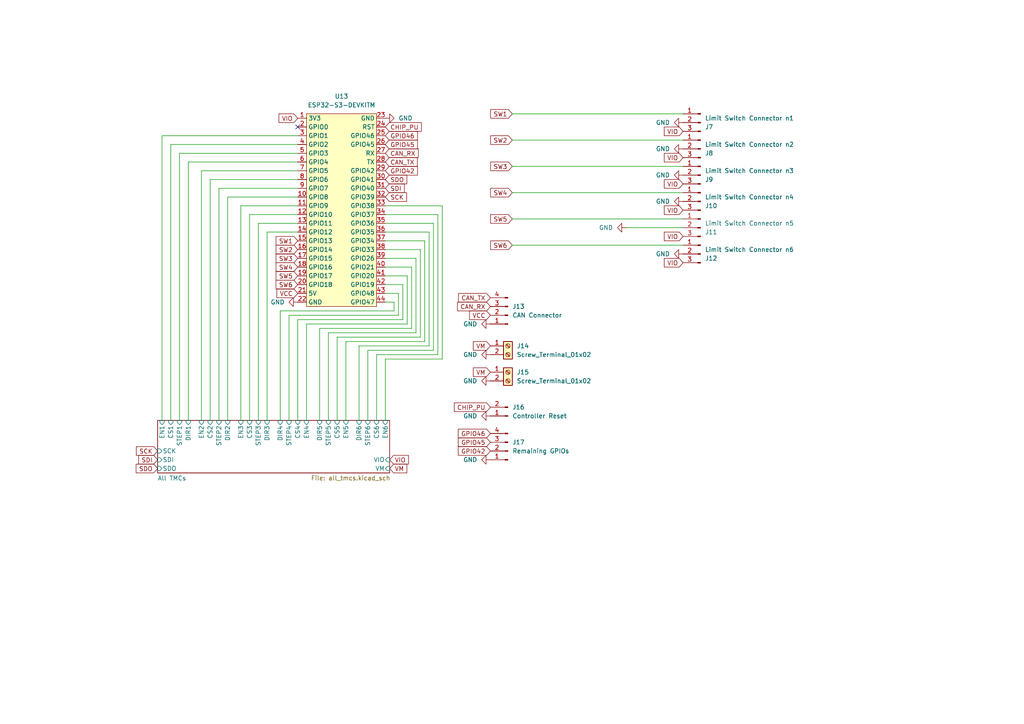
<source format=kicad_sch>
(kicad_sch (version 20250114) (generator "eeschema") (generator_version "9.0")
  (paper "A4")
  (lib_symbols
    (symbol "Connector:Conn_01x02_Pin" (pin_names (offset 1.016) (hide yes))
      (property "Reference" "J" (at 0 2.54 0))
      (property "Value" "Conn_01x02_Pin" (at 0 -5.08 0))
      (symbol "Conn_01x02_Pin_1_1"
        (rectangle (start 0.8636 0.127) (end 0 -0.127) (stroke (width 0.1524)) (fill (type outline)))
        (rectangle (start 0.8636 -2.413) (end 0 -2.667) (stroke (width 0.1524)) (fill (type outline)))
        (polyline (pts (xy 1.27 0) (xy 0.8636 0)) (stroke (width 0.1524)))
        (polyline (pts (xy 1.27 -2.54) (xy 0.8636 -2.54)) (stroke (width 0.1524)))
        (pin passive line (at 5.08 0 180) (length 3.81) (name "Pin_1") (number "1"))
        (pin passive line (at 5.08 -2.54 180) (length 3.81) (name "Pin_2") (number "2"))
      )
    )
    (symbol "Connector:Conn_01x03_Pin" (pin_names (offset 1.016) (hide yes))
      (property "Reference" "J" (at 0 5.08 0))
      (property "Value" "Conn_01x03_Pin" (at 0 -5.08 0))
      (symbol "Conn_01x03_Pin_1_1"
        (rectangle (start 0.8636 2.667) (end 0 2.413) (stroke (width 0.1524)) (fill (type outline)))
        (rectangle (start 0.8636 0.127) (end 0 -0.127) (stroke (width 0.1524)) (fill (type outline)))
        (rectangle (start 0.8636 -2.413) (end 0 -2.667) (stroke (width 0.1524)) (fill (type outline)))
        (polyline (pts (xy 1.27 2.54) (xy 0.8636 2.54)) (stroke (width 0.1524)))
        (polyline (pts (xy 1.27 0) (xy 0.8636 0)) (stroke (width 0.1524)))
        (polyline (pts (xy 1.27 -2.54) (xy 0.8636 -2.54)) (stroke (width 0.1524)))
        (pin passive line (at 5.08 2.54 180) (length 3.81) (name "Pin_1") (number "1"))
        (pin passive line (at 5.08 0 180) (length 3.81) (name "Pin_2") (number "2"))
        (pin passive line (at 5.08 -2.54 180) (length 3.81) (name "Pin_3") (number "3"))
      )
    )
    (symbol "Connector:Conn_01x04_Pin" (pin_names (offset 1.016) (hide yes))
      (property "Reference" "J" (at 0 5.08 0))
      (property "Value" "Conn_01x04_Pin" (at 0 -7.62 0))
      (symbol "Conn_01x04_Pin_1_1"
        (rectangle (start 0.8636 2.667) (end 0 2.413) (stroke (width 0.1524)) (fill (type outline)))
        (rectangle (start 0.8636 0.127) (end 0 -0.127) (stroke (width 0.1524)) (fill (type outline)))
        (rectangle (start 0.8636 -2.413) (end 0 -2.667) (stroke (width 0.1524)) (fill (type outline)))
        (rectangle (start 0.8636 -4.953) (end 0 -5.207) (stroke (width 0.1524)) (fill (type outline)))
        (polyline (pts (xy 1.27 2.54) (xy 0.8636 2.54)) (stroke (width 0.1524)))
        (polyline (pts (xy 1.27 0) (xy 0.8636 0)) (stroke (width 0.1524)))
        (polyline (pts (xy 1.27 -2.54) (xy 0.8636 -2.54)) (stroke (width 0.1524)))
        (polyline (pts (xy 1.27 -5.08) (xy 0.8636 -5.08)) (stroke (width 0.1524)))
        (pin passive line (at 5.08 2.54 180) (length 3.81) (name "Pin_1") (number "1"))
        (pin passive line (at 5.08 0 180) (length 3.81) (name "Pin_2") (number "2"))
        (pin passive line (at 5.08 -2.54 180) (length 3.81) (name "Pin_3") (number "3"))
        (pin passive line (at 5.08 -5.08 180) (length 3.81) (name "Pin_4") (number "4"))
      )
    )
    (symbol "Connector:Screw_Terminal_01x02" (pin_names (offset 1.016) (hide yes))
      (property "Reference" "J" (at 0 2.54 0))
      (property "Value" "Screw_Terminal_01x02" (at 0 -5.08 0))
      (symbol "Screw_Terminal_01x02_1_1"
        (rectangle (start -1.27 1.27) (end 1.27 -3.81) (stroke (width 0.254)) (fill (type background)))
        (polyline (pts (xy -0.5334 0.3302) (xy 0.3302 -0.508)) (stroke (width 0.1524)))
        (polyline (pts (xy -0.5334 -2.2098) (xy 0.3302 -3.048)) (stroke (width 0.1524)))
        (polyline (pts (xy -0.3556 0.508) (xy 0.508 -0.3302)) (stroke (width 0.1524)))
        (polyline (pts (xy -0.3556 -2.032) (xy 0.508 -2.8702)) (stroke (width 0.1524)))
        (circle (center 0 0) (radius 0.635) (stroke (width 0.1524)))
        (circle (center 0 -2.54) (radius 0.635) (stroke (width 0.1524)))
        (pin passive line (at -5.08 0 0) (length 3.81) (name "Pin_1") (number "1"))
        (pin passive line (at -5.08 -2.54 0) (length 3.81) (name "Pin_2") (number "2"))
      )
    )
    (symbol "Custom Symbols:ESP32-S3-DEVKITM_FEMALE_HEADERS"
      (property "Reference" "U" (at 0 59.182 0))
      (property "Value" "ESP32-S3-DEVKITM" (at 0 57.15 0))
      (symbol "ESP32-S3-DEVKITM_FEMALE_HEADERS_1_0"
        (pin input line (at -12.7 52.07 0) (length 2.54) (name "GPIO0") (number "2"))
        (pin bidirectional line (at -12.7 49.53 0) (length 2.54) (name "GPIO1") (number "3"))
        (pin bidirectional line (at -12.7 46.99 0) (length 2.54) (name "GPIO2") (number "4"))
        (pin bidirectional line (at -12.7 44.45 0) (length 2.54) (name "GPIO3") (number "5"))
        (pin bidirectional line (at -12.7 41.91 0) (length 2.54) (name "GPIO4") (number "6"))
        (pin bidirectional line (at -12.7 39.37 0) (length 2.54) (name "GPIO5") (number "7"))
        (pin bidirectional line (at -12.7 36.83 0) (length 2.54) (name "GPIO6") (number "8"))
        (pin bidirectional line (at -12.7 34.29 0) (length 2.54) (name "GPIO7") (number "9"))
        (pin bidirectional line (at -12.7 31.75 0) (length 2.54) (name "GPIO8") (number "10"))
        (pin bidirectional line (at -12.7 29.21 0) (length 2.54) (name "GPIO9") (number "11"))
        (pin bidirectional line (at -12.7 26.67 0) (length 2.54) (name "GPIO10") (number "12"))
        (pin bidirectional line (at -12.7 24.13 0) (length 2.54) (name "GPIO11") (number "13"))
        (pin bidirectional line (at -12.7 21.59 0) (length 2.54) (name "GPIO12") (number "14"))
        (pin bidirectional line (at -12.7 19.05 0) (length 2.54) (name "GPIO13") (number "15"))
        (pin bidirectional line (at -12.7 16.51 0) (length 2.54) (name "GPIO14") (number "16"))
        (pin bidirectional line (at -12.7 13.97 0) (length 2.54) (name "GPIO15") (number "17"))
        (pin bidirectional line (at -12.7 11.43 0) (length 2.54) (name "GPIO16") (number "18"))
        (pin bidirectional line (at -12.7 8.89 0) (length 2.54) (name "GPIO17") (number "19"))
        (pin bidirectional line (at -12.7 6.35 0) (length 2.54) (name "GPIO18") (number "20"))
        (pin bidirectional line (at -12.7 3.81 0) (length 2.54) (name "5V") (number "21"))
        (pin bidirectional line (at -12.7 1.27 0) (length 2.54) (name "GND") (number "22"))
        (pin bidirectional line (at 12.7 54.61 180) (length 2.54) (name "GND") (number "23"))
        (pin bidirectional line (at 12.7 52.07 180) (length 2.54) (name "RST") (number "24"))
        (pin bidirectional line (at 12.7 49.53 180) (length 2.54) (name "GPIO46") (number "25"))
        (pin bidirectional line (at 12.7 46.99 180) (length 2.54) (name "GPIO45") (number "26"))
        (pin bidirectional line (at 12.7 44.45 180) (length 2.54) (name "RX") (number "27"))
        (pin bidirectional line (at 12.7 41.91 180) (length 2.54) (name "TX") (number "28"))
        (pin bidirectional line (at 12.7 39.37 180) (length 2.54) (name "GPIO42") (number "29"))
        (pin bidirectional line (at 12.7 36.83 180) (length 2.54) (name "GPIO41") (number "30"))
        (pin bidirectional line (at 12.7 34.29 180) (length 2.54) (name "GPIO40") (number "31"))
        (pin bidirectional line (at 12.7 31.75 180) (length 2.54) (name "GPIO39") (number "32"))
        (pin bidirectional line (at 12.7 29.21 180) (length 2.54) (name "GPIO38") (number "33"))
        (pin bidirectional line (at 12.7 26.67 180) (length 2.54) (name "GPIO37") (number "34"))
        (pin bidirectional line (at 12.7 24.13 180) (length 2.54) (name "GPIO36") (number "35"))
        (pin bidirectional line (at 12.7 21.59 180) (length 2.54) (name "GPIO35") (number "36"))
        (pin bidirectional line (at 12.7 19.05 180) (length 2.54) (name "GPIO34") (number "37"))
        (pin bidirectional line (at 12.7 16.51 180) (length 2.54) (name "GPIO33") (number "38"))
        (pin bidirectional line (at 12.7 13.97 180) (length 2.54) (name "GPIO26") (number "39"))
        (pin bidirectional line (at 12.7 11.43 180) (length 2.54) (name "GPIO21") (number "40"))
        (pin bidirectional line (at 12.7 8.89 180) (length 2.54) (name "GPIO20") (number "41"))
        (pin bidirectional line (at 12.7 6.35 180) (length 2.54) (name "GPIO19") (number "42"))
        (pin bidirectional line (at 12.7 3.81 180) (length 2.54) (name "GPIO48") (number "43"))
        (pin bidirectional line (at 12.7 1.27 180) (length 2.54) (name "GPIO47") (number "44"))
      )
      (symbol "ESP32-S3-DEVKITM_FEMALE_HEADERS_1_1"
        (rectangle (start -10.16 55.88) (end 10.16 0) (fill (type background)))
        (pin bidirectional line (at -12.7 54.61 0) (length 2.54) (name "3V3") (number "1"))
      )
    )
    (symbol "power:GND" (power) (pin_numbers (hide yes)) (pin_names (offset 0) (hide yes))
      (property "Value" "GND" (at 0 -3.81 0))
      (symbol "GND_0_1"
        (polyline (pts (xy 0 0) (xy 0 -1.27) (xy 1.27 -1.27) (xy 0 -2.54) (xy -1.27 -1.27) (xy 0 -1.27)))
      )
      (symbol "GND_1_1"
        (pin power_in line (at 0 0 270) (length 0) (name "~") (number "1"))
      )
    )
  )
  (no_connect (at 86.36 36.83))
  (wire (pts (xy 119.38 77.47) (xy 111.76 77.47)))
  (wire (pts (xy 49.53 41.91) (xy 49.53 121.92)))
  (wire (pts (xy 125.73 64.77) (xy 125.73 101.6)))
  (wire (pts (xy 124.46 67.31) (xy 124.46 100.33)))
  (wire (pts (xy 104.14 100.33) (xy 124.46 100.33)))
  (wire (pts (xy 115.57 91.44) (xy 115.57 85.09)))
  (wire (pts (xy 128.27 59.69) (xy 128.27 104.14)))
  (wire (pts (xy 120.65 74.93) (xy 111.76 74.93)))
  (wire (pts (xy 100.33 99.06) (xy 123.19 99.06)))
  (wire (pts (xy 114.3 90.17) (xy 114.3 87.63)))
  (wire (pts (xy 116.84 82.55) (xy 111.76 82.55)))
  (wire (pts (xy 74.93 64.77) (xy 74.93 121.92)))
  (wire (pts (xy 83.82 121.92) (xy 83.82 91.44)))
  (wire (pts (xy 58.42 49.53) (xy 58.42 121.92)))
  (wire (pts (xy 88.9 93.98) (xy 118.11 93.98)))
  (wire (pts (xy 86.36 52.07) (xy 60.96 52.07)))
  (wire (pts (xy 123.19 69.85) (xy 111.76 69.85)))
  (wire (pts (xy 83.82 91.44) (xy 115.57 91.44)))
  (wire (pts (xy 106.68 121.92) (xy 106.68 101.6)))
  (wire (pts (xy 86.36 62.23) (xy 72.39 62.23)))
  (wire (pts (xy 63.5 54.61) (xy 63.5 121.92)))
  (wire (pts (xy 86.36 121.92) (xy 86.36 92.71)))
  (wire (pts (xy 111.76 104.14) (xy 128.27 104.14)))
  (wire (pts (xy 92.71 95.25) (xy 119.38 95.25)))
  (wire (pts (xy 118.11 80.01) (xy 111.76 80.01)))
  (wire (pts (xy 148.59 33.02) (xy 198.12 33.02)))
  (wire (pts (xy 86.36 59.69) (xy 69.85 59.69)))
  (wire (pts (xy 86.36 44.45) (xy 52.07 44.45)))
  (wire (pts (xy 72.39 62.23) (xy 72.39 121.92)))
  (wire (pts (xy 86.36 92.71) (xy 116.84 92.71)))
  (wire (pts (xy 148.59 55.88) (xy 198.12 55.88)))
  (wire (pts (xy 66.04 57.15) (xy 66.04 121.92)))
  (wire (pts (xy 81.28 90.17) (xy 114.3 90.17)))
  (wire (pts (xy 86.36 57.15) (xy 66.04 57.15)))
  (wire (pts (xy 118.11 93.98) (xy 118.11 80.01)))
  (wire (pts (xy 127 62.23) (xy 127 102.87)))
  (wire (pts (xy 127 62.23) (xy 111.76 62.23)))
  (wire (pts (xy 148.59 48.26) (xy 198.12 48.26)))
  (wire (pts (xy 123.19 69.85) (xy 123.19 99.06)))
  (wire (pts (xy 60.96 52.07) (xy 60.96 121.92)))
  (wire (pts (xy 92.71 121.92) (xy 92.71 95.25)))
  (wire (pts (xy 125.73 64.77) (xy 111.76 64.77)))
  (wire (pts (xy 86.36 54.61) (xy 63.5 54.61)))
  (wire (pts (xy 52.07 44.45) (xy 52.07 121.92)))
  (wire (pts (xy 128.27 59.69) (xy 111.76 59.69)))
  (wire (pts (xy 116.84 92.71) (xy 116.84 82.55)))
  (wire (pts (xy 120.65 74.93) (xy 120.65 96.52)))
  (wire (pts (xy 97.79 121.92) (xy 97.79 97.79)))
  (wire (pts (xy 148.59 40.64) (xy 198.12 40.64)))
  (wire (pts (xy 148.59 71.12) (xy 198.12 71.12)))
  (wire (pts (xy 104.14 121.92) (xy 104.14 100.33)))
  (wire (pts (xy 181.61 66.04) (xy 198.12 66.04)))
  (wire (pts (xy 106.68 101.6) (xy 125.73 101.6)))
  (wire (pts (xy 95.25 121.92) (xy 95.25 96.52)))
  (wire (pts (xy 86.36 46.99) (xy 54.61 46.99)))
  (wire (pts (xy 97.79 97.79) (xy 121.92 97.79)))
  (wire (pts (xy 86.36 41.91) (xy 49.53 41.91)))
  (wire (pts (xy 121.92 72.39) (xy 121.92 97.79)))
  (wire (pts (xy 46.99 39.37) (xy 46.99 121.92)))
  (wire (pts (xy 111.76 121.92) (xy 111.76 104.14)))
  (wire (pts (xy 86.36 67.31) (xy 77.47 67.31)))
  (wire (pts (xy 95.25 96.52) (xy 120.65 96.52)))
  (wire (pts (xy 86.36 39.37) (xy 46.99 39.37)))
  (wire (pts (xy 81.28 121.92) (xy 81.28 90.17)))
  (wire (pts (xy 121.92 72.39) (xy 111.76 72.39)))
  (wire (pts (xy 77.47 67.31) (xy 77.47 121.92)))
  (wire (pts (xy 86.36 49.53) (xy 58.42 49.53)))
  (wire (pts (xy 100.33 121.92) (xy 100.33 99.06)))
  (wire (pts (xy 114.3 87.63) (xy 111.76 87.63)))
  (wire (pts (xy 124.46 67.31) (xy 111.76 67.31)))
  (wire (pts (xy 86.36 64.77) (xy 74.93 64.77)))
  (wire (pts (xy 119.38 77.47) (xy 119.38 95.25)))
  (wire (pts (xy 148.59 63.5) (xy 198.12 63.5)))
  (wire (pts (xy 115.57 85.09) (xy 111.76 85.09)))
  (wire (pts (xy 69.85 59.69) (xy 69.85 121.92)))
  (wire (pts (xy 88.9 121.92) (xy 88.9 93.98)))
  (wire (pts (xy 109.22 121.92) (xy 109.22 102.87)))
  (wire (pts (xy 109.22 102.87) (xy 127 102.87)))
  (wire (pts (xy 54.61 46.99) (xy 54.61 121.92)))
  (global_label "VIO" (shape input) (at 198.12 68.58 180) (property "Intersheetrefs" "${INTERSHEET_REFS}" (effects (hide yes))))
  (global_label "SDI" (shape input) (at 45.72 133.35 180) (property "Intersheetrefs" "${INTERSHEET_REFS}" (effects (hide yes))))
  (global_label "VIO" (shape input) (at 86.36 34.29 180) (property "Intersheetrefs" "${INTERSHEET_REFS}" (effects (hide yes))))
  (global_label "GPIO42" (shape input) (at 142.24 130.81 180) (property "Intersheetrefs" "${INTERSHEET_REFS}" (effects (hide yes))))
  (global_label "SW6" (shape input) (at 86.36 82.55 180) (property "Intersheetrefs" "${INTERSHEET_REFS}" (effects (hide yes))))
  (global_label "CAN_RX" (shape input) (at 142.24 88.9 180) (property "Intersheetrefs" "${INTERSHEET_REFS}" (effects (hide yes))))
  (global_label "VIO" (shape input) (at 198.12 60.96 180) (property "Intersheetrefs" "${INTERSHEET_REFS}" (effects (hide yes))))
  (global_label "VM" (shape input) (at 142.24 100.33 180) (property "Intersheetrefs" "${INTERSHEET_REFS}" (effects (hide yes))))
  (global_label "GPIO46" (shape input) (at 111.76 39.37 0) (property "Intersheetrefs" "${INTERSHEET_REFS}" (effects (hide yes))))
  (global_label "SDO" (shape input) (at 111.76 52.07 0) (property "Intersheetrefs" "${INTERSHEET_REFS}" (effects (hide yes))))
  (global_label "CAN_RX" (shape input) (at 111.76 44.45 0) (property "Intersheetrefs" "${INTERSHEET_REFS}" (effects (hide yes))))
  (global_label "SW1" (shape input) (at 86.36 69.85 180) (property "Intersheetrefs" "${INTERSHEET_REFS}" (effects (hide yes))))
  (global_label "SCK" (shape input) (at 111.76 57.15 0) (property "Intersheetrefs" "${INTERSHEET_REFS}" (effects (hide yes))))
  (global_label "SW3" (shape input) (at 148.59 48.26 180) (property "Intersheetrefs" "${INTERSHEET_REFS}" (effects (hide yes))))
  (global_label "GPIO45" (shape input) (at 111.76 41.91 0) (property "Intersheetrefs" "${INTERSHEET_REFS}" (effects (hide yes))))
  (global_label "SDI" (shape input) (at 111.76 54.61 0) (property "Intersheetrefs" "${INTERSHEET_REFS}" (effects (hide yes))))
  (global_label "GPIO46" (shape input) (at 142.24 125.73 180) (property "Intersheetrefs" "${INTERSHEET_REFS}" (effects (hide yes))))
  (global_label "SCK" (shape input) (at 45.72 130.81 180) (property "Intersheetrefs" "${INTERSHEET_REFS}" (effects (hide yes))))
  (global_label "SW3" (shape input) (at 86.36 74.93 180) (property "Intersheetrefs" "${INTERSHEET_REFS}" (effects (hide yes))))
  (global_label "SDO" (shape input) (at 45.72 135.89 180) (property "Intersheetrefs" "${INTERSHEET_REFS}" (effects (hide yes))))
  (global_label "CHIP_PU" (shape input) (at 142.24 118.11 180) (property "Intersheetrefs" "${INTERSHEET_REFS}" (effects (hide yes))))
  (global_label "CAN_TX" (shape input) (at 142.24 86.36 180) (property "Intersheetrefs" "${INTERSHEET_REFS}" (effects (hide yes))))
  (global_label "SW4" (shape input) (at 148.59 55.88 180) (property "Intersheetrefs" "${INTERSHEET_REFS}" (effects (hide yes))))
  (global_label "VM" (shape input) (at 142.24 107.95 180) (property "Intersheetrefs" "${INTERSHEET_REFS}" (effects (hide yes))))
  (global_label "GPIO42" (shape input) (at 111.76 49.53 0) (property "Intersheetrefs" "${INTERSHEET_REFS}" (effects (hide yes))))
  (global_label "VIO" (shape input) (at 198.12 53.34 180) (property "Intersheetrefs" "${INTERSHEET_REFS}" (effects (hide yes))))
  (global_label "VIO" (shape input) (at 113.03 133.35 0) (property "Intersheetrefs" "${INTERSHEET_REFS}" (effects (hide yes))))
  (global_label "VCC" (shape input) (at 142.24 91.44 180) (property "Intersheetrefs" "${INTERSHEET_REFS}" (effects (hide yes))))
  (global_label "VM" (shape input) (at 113.03 135.89 0) (property "Intersheetrefs" "${INTERSHEET_REFS}" (effects (hide yes))))
  (global_label "SW2" (shape input) (at 148.59 40.64 180) (property "Intersheetrefs" "${INTERSHEET_REFS}" (effects (hide yes))))
  (global_label "VCC" (shape input) (at 86.36 85.09 180) (property "Intersheetrefs" "${INTERSHEET_REFS}" (effects (hide yes))))
  (global_label "SW5" (shape input) (at 86.36 80.01 180) (property "Intersheetrefs" "${INTERSHEET_REFS}" (effects (hide yes))))
  (global_label "VIO" (shape input) (at 198.12 45.72 180) (property "Intersheetrefs" "${INTERSHEET_REFS}" (effects (hide yes))))
  (global_label "CAN_TX" (shape input) (at 111.76 46.99 0) (property "Intersheetrefs" "${INTERSHEET_REFS}" (effects (hide yes))))
  (global_label "CHIP_PU" (shape input) (at 111.76 36.83 0) (property "Intersheetrefs" "${INTERSHEET_REFS}" (effects (hide yes))))
  (global_label "GPIO45" (shape input) (at 142.24 128.27 180) (property "Intersheetrefs" "${INTERSHEET_REFS}" (effects (hide yes))))
  (global_label "VIO" (shape input) (at 198.12 76.2 180) (property "Intersheetrefs" "${INTERSHEET_REFS}" (effects (hide yes))))
  (global_label "SW2" (shape input) (at 86.36 72.39 180) (property "Intersheetrefs" "${INTERSHEET_REFS}" (effects (hide yes))))
  (global_label "SW4" (shape input) (at 86.36 77.47 180) (property "Intersheetrefs" "${INTERSHEET_REFS}" (effects (hide yes))))
  (global_label "SW1" (shape input) (at 148.59 33.02 180) (property "Intersheetrefs" "${INTERSHEET_REFS}" (effects (hide yes))))
  (global_label "VIO" (shape input) (at 198.12 38.1 180) (property "Intersheetrefs" "${INTERSHEET_REFS}" (effects (hide yes))))
  (global_label "SW5" (shape input) (at 148.59 63.5 180) (property "Intersheetrefs" "${INTERSHEET_REFS}" (effects (hide yes))))
  (global_label "SW6" (shape input) (at 148.59 71.12 180) (property "Intersheetrefs" "${INTERSHEET_REFS}" (effects (hide yes))))
  (symbol (lib_id "Connector:Conn_01x04_Pin") (at 147.32 91.44 180) (unit 1)
    (property "Reference" "J13" (at 148.59 88.8999 0) (effects (justify right)))
    (property "Value" "CAN Connector" (at 148.59 91.4399 0) (effects (justify right)))
    (property "Footprint" "Connector_PinHeader_2.54mm:PinHeader_1x04_P2.54mm_Vertical" (effects (hide yes)))
    (property "Description" "Generic connector, single row, 01x04, script generated" (effects (hide yes)))
  )
  (symbol (lib_id "power:GND") (at 198.12 58.42 270) (unit 1)
    (property "Reference" "#PWR023" (effects (hide yes)))
    (property "Value" "GND" (at 194.31 58.4199 90) (effects (justify right)))
    (property "Description" "Power symbol creates a global label with name \"GND\" , ground" (effects (hide yes)))
  )
  (symbol (lib_id "Custom Symbols:ESP32-S3-DEVKITM_FEMALE_HEADERS") (at 99.06 88.9 0) (unit 1)
    (property "Reference" "U13" (at 99.06 27.94 0))
    (property "Value" "ESP32-S3-DEVKITM" (at 99.06 30.48 0))
    (property "Footprint" "Custom_Footprints:ESP32-S3-DEVKITM Female Headers" (effects (hide yes)))
  )
  (symbol (lib_id "Connector:Conn_01x04_Pin") (at 147.32 130.81 180) (unit 1)
    (property "Reference" "J17" (at 148.59 128.2699 0) (effects (justify right)))
    (property "Value" "Remaining GPIOs" (at 148.59 130.8099 0) (effects (justify right)))
    (property "Footprint" "Connector_PinHeader_2.54mm:PinHeader_1x04_P2.54mm_Vertical" (effects (hide yes)))
    (property "Description" "Generic connector, single row, 01x04, script generated" (effects (hide yes)))
  )
  (symbol (lib_id "Connector:Conn_01x03_Pin") (at 203.2 73.66 0) (mirror y) (unit 1)
    (property "Reference" "J12" (at 204.47 74.9301 0) (effects (justify right)))
    (property "Value" "Limit Switch Connector n6" (at 204.47 72.3901 0) (effects (justify right)))
    (property "Footprint" "Connector_PinHeader_2.54mm:PinHeader_1x03_P2.54mm_Vertical" (effects (hide yes)))
    (property "Description" "Generic connector, single row, 01x03, script generated" (effects (hide yes)))
  )
  (symbol (lib_id "Connector:Conn_01x02_Pin") (at 147.32 120.65 180) (unit 1)
    (property "Reference" "J16" (at 148.59 118.1099 0) (effects (justify right)))
    (property "Value" "Controller Reset" (at 148.59 120.6499 0) (effects (justify right)))
    (property "Footprint" "Connector_PinHeader_2.54mm:PinHeader_1x02_P2.54mm_Vertical" (effects (hide yes)))
    (property "Description" "Generic connector, single row, 01x02, script generated" (effects (hide yes)))
  )
  (symbol (lib_id "power:GND") (at 111.76 34.29 90) (unit 1)
    (property "Reference" "#PWR04" (effects (hide yes)))
    (property "Value" "GND" (at 115.57 34.2899 90) (effects (justify right)))
    (property "Description" "Power symbol creates a global label with name \"GND\" , ground" (effects (hide yes)))
  )
  (symbol (lib_id "Connector:Conn_01x03_Pin") (at 203.2 43.18 0) (mirror y) (unit 1)
    (property "Reference" "J8" (at 204.47 44.4501 0) (effects (justify right)))
    (property "Value" "Limit Switch Connector n2" (at 204.47 41.9101 0) (effects (justify right)))
    (property "Footprint" "Connector_PinHeader_2.54mm:PinHeader_1x03_P2.54mm_Vertical" (effects (hide yes)))
    (property "Description" "Generic connector, single row, 01x03, script generated" (effects (hide yes)))
  )
  (symbol (lib_id "power:GND") (at 142.24 120.65 270) (unit 1)
    (property "Reference" "#PWR02" (effects (hide yes)))
    (property "Value" "GND" (at 138.43 120.6499 90) (effects (justify right)))
    (property "Description" "Power symbol creates a global label with name \"GND\" , ground" (effects (hide yes)))
  )
  (symbol (lib_id "power:GND") (at 142.24 133.35 270) (unit 1)
    (property "Reference" "#PWR06" (effects (hide yes)))
    (property "Value" "GND" (at 138.43 133.3499 90) (effects (justify right)))
    (property "Description" "Power symbol creates a global label with name \"GND\" , ground" (effects (hide yes)))
  )
  (symbol (lib_id "Connector:Screw_Terminal_01x02") (at 147.32 100.33 0) (unit 1)
    (property "Reference" "J14" (at 149.86 100.3299 0) (effects (justify left)))
    (property "Value" "Screw_Terminal_01x02" (at 149.86 102.8699 0) (effects (justify left)))
    (property "Footprint" "Custom_Footprints:Phoenix_TerminalBlock_1x02_3.5mm_1984617" (effects (hide yes)))
    (property "Description" "Generic screw terminal, single row, 01x02, script generated (kicad-library-utils/schlib/autogen/connector/)" (effects (hide yes)))
  )
  (symbol (lib_id "power:GND") (at 142.24 93.98 270) (unit 1)
    (property "Reference" "#PWR026" (effects (hide yes)))
    (property "Value" "GND" (at 138.43 93.9799 90) (effects (justify right)))
    (property "Description" "Power symbol creates a global label with name \"GND\" , ground" (effects (hide yes)))
  )
  (symbol (lib_id "Connector:Conn_01x03_Pin") (at 203.2 58.42 0) (mirror y) (unit 1)
    (property "Reference" "J10" (at 204.47 59.6901 0) (effects (justify right)))
    (property "Value" "Limit Switch Connector n4" (at 204.47 57.1501 0) (effects (justify right)))
    (property "Footprint" "Connector_PinHeader_2.54mm:PinHeader_1x03_P2.54mm_Vertical" (effects (hide yes)))
    (property "Description" "Generic connector, single row, 01x03, script generated" (effects (hide yes)))
  )
  (symbol (lib_id "Connector:Conn_01x03_Pin") (at 203.2 35.56 0) (mirror y) (unit 1)
    (property "Reference" "J7" (at 204.47 36.8301 0) (effects (justify right)))
    (property "Value" "Limit Switch Connector n1" (at 204.47 34.2901 0) (effects (justify right)))
    (property "Footprint" "Connector_PinHeader_2.54mm:PinHeader_1x03_P2.54mm_Vertical" (effects (hide yes)))
    (property "Description" "Generic connector, single row, 01x03, script generated" (effects (hide yes)))
  )
  (symbol (lib_id "power:GND") (at 142.24 102.87 270) (unit 1)
    (property "Reference" "#PWR01" (effects (hide yes)))
    (property "Value" "GND" (at 138.43 102.8699 90) (effects (justify right)))
    (property "Description" "Power symbol creates a global label with name \"GND\" , ground" (effects (hide yes)))
  )
  (symbol (lib_id "power:GND") (at 198.12 73.66 270) (unit 1)
    (property "Reference" "#PWR025" (effects (hide yes)))
    (property "Value" "GND" (at 194.31 73.6599 90) (effects (justify right)))
    (property "Description" "Power symbol creates a global label with name \"GND\" , ground" (effects (hide yes)))
  )
  (symbol (lib_id "power:GND") (at 181.61 66.04 270) (unit 1)
    (property "Reference" "#PWR024" (effects (hide yes)))
    (property "Value" "GND" (at 177.8 66.0399 90) (effects (justify right)))
    (property "Description" "Power symbol creates a global label with name \"GND\" , ground" (effects (hide yes)))
  )
  (symbol (lib_id "power:GND") (at 142.24 110.49 270) (unit 1)
    (property "Reference" "#PWR03" (effects (hide yes)))
    (property "Value" "GND" (at 138.43 110.4899 90) (effects (justify right)))
    (property "Description" "Power symbol creates a global label with name \"GND\" , ground" (effects (hide yes)))
  )
  (symbol (lib_id "power:GND") (at 86.36 87.63 270) (unit 1)
    (property "Reference" "#PWR05" (effects (hide yes)))
    (property "Value" "GND" (at 82.55 87.6299 90) (effects (justify right)))
    (property "Description" "Power symbol creates a global label with name \"GND\" , ground" (effects (hide yes)))
  )
  (symbol (lib_id "power:GND") (at 198.12 43.18 270) (unit 1)
    (property "Reference" "#PWR021" (effects (hide yes)))
    (property "Value" "GND" (at 194.31 43.1799 90) (effects (justify right)))
    (property "Description" "Power symbol creates a global label with name \"GND\" , ground" (effects (hide yes)))
  )
  (symbol (lib_id "Connector:Conn_01x03_Pin") (at 203.2 66.04 0) (mirror y) (unit 1)
    (property "Reference" "J11" (at 204.47 67.3101 0) (effects (justify right)))
    (property "Value" "Limit Switch Connector n5" (at 204.47 64.7701 0) (effects (justify right)))
    (property "Footprint" "Connector_PinHeader_2.54mm:PinHeader_1x03_P2.54mm_Vertical" (effects (hide yes)))
    (property "Description" "Generic connector, single row, 01x03, script generated" (effects (hide yes)))
  )
  (symbol (lib_id "power:GND") (at 198.12 50.8 270) (unit 1)
    (property "Reference" "#PWR022" (effects (hide yes)))
    (property "Value" "GND" (at 194.31 50.7999 90) (effects (justify right)))
    (property "Description" "Power symbol creates a global label with name \"GND\" , ground" (effects (hide yes)))
  )
  (symbol (lib_id "power:GND") (at 198.12 35.56 270) (unit 1)
    (property "Reference" "#PWR020" (effects (hide yes)))
    (property "Value" "GND" (at 194.31 35.5599 90) (effects (justify right)))
    (property "Description" "Power symbol creates a global label with name \"GND\" , ground" (effects (hide yes)))
  )
  (symbol (lib_id "Connector:Screw_Terminal_01x02") (at 147.32 107.95 0) (unit 1)
    (property "Reference" "J15" (at 149.86 107.9499 0) (effects (justify left)))
    (property "Value" "Screw_Terminal_01x02" (at 149.86 110.4899 0) (effects (justify left)))
    (property "Footprint" "Custom_Footprints:Phoenix_TerminalBlock_1x02_3.5mm_1984617" (effects (hide yes)))
    (property "Description" "Generic screw terminal, single row, 01x02, script generated (kicad-library-utils/schlib/autogen/connector/)" (effects (hide yes)))
  )
  (symbol (lib_id "Connector:Conn_01x03_Pin") (at 203.2 50.8 0) (mirror y) (unit 1)
    (property "Reference" "J9" (at 204.47 52.0701 0) (effects (justify right)))
    (property "Value" "Limit Switch Connector n3" (at 204.47 49.5301 0) (effects (justify right)))
    (property "Footprint" "Connector_PinHeader_2.54mm:PinHeader_1x03_P2.54mm_Vertical" (effects (hide yes)))
    (property "Description" "Generic connector, single row, 01x03, script generated" (effects (hide yes)))
  )
  (sheet (at 45.72 121.92) (size 67.31 15.24) (stroke (width 0.1524))
    (property "Sheetname" "All TMCs" (at 45.72 139.446 0) (effects (justify left bottom)))
    (property "Sheetfile" "all_tmcs.kicad_sch" (at 90.17 137.922 0) (effects (justify left top)))
    (pin "SCK" input (at 45.72 130.81 180))
    (pin "SDI" input (at 45.72 133.35 180))
    (pin "SDO" input (at 45.72 135.89 180))
    (pin "VIO" input (at 113.03 133.35 0))
    (pin "VM" input (at 113.03 135.89 0))
    (pin "CS1" input (at 49.53 121.92 90))
    (pin "CS2" input (at 60.96 121.92 90))
    (pin "CS3" input (at 72.39 121.92 90))
    (pin "CS4" input (at 86.36 121.92 90))
    (pin "CS5" input (at 97.79 121.92 90))
    (pin "CS6" input (at 109.22 121.92 90))
    (pin "DIR1" input (at 54.61 121.92 90))
    (pin "DIR2" input (at 66.04 121.92 90))
    (pin "DIR3" input (at 77.47 121.92 90))
    (pin "DIR4" input (at 81.28 121.92 90))
    (pin "DIR5" input (at 92.71 121.92 90))
    (pin "DIR6" input (at 104.14 121.92 90))
    (pin "EN1" input (at 46.99 121.92 90))
    (pin "EN2" input (at 58.42 121.92 90))
    (pin "EN3" input (at 69.85 121.92 90))
    (pin "EN4" input (at 88.9 121.92 90))
    (pin "EN5" input (at 100.33 121.92 90))
    (pin "EN6" input (at 111.76 121.92 90))
    (pin "STEP1" input (at 52.07 121.92 90))
    (pin "STEP2" input (at 63.5 121.92 90))
    (pin "STEP3" input (at 74.93 121.92 90))
    (pin "STEP4" input (at 83.82 121.92 90))
    (pin "STEP5" input (at 95.25 121.92 90))
    (pin "STEP6" input (at 106.68 121.92 90))
  )
)
</source>
